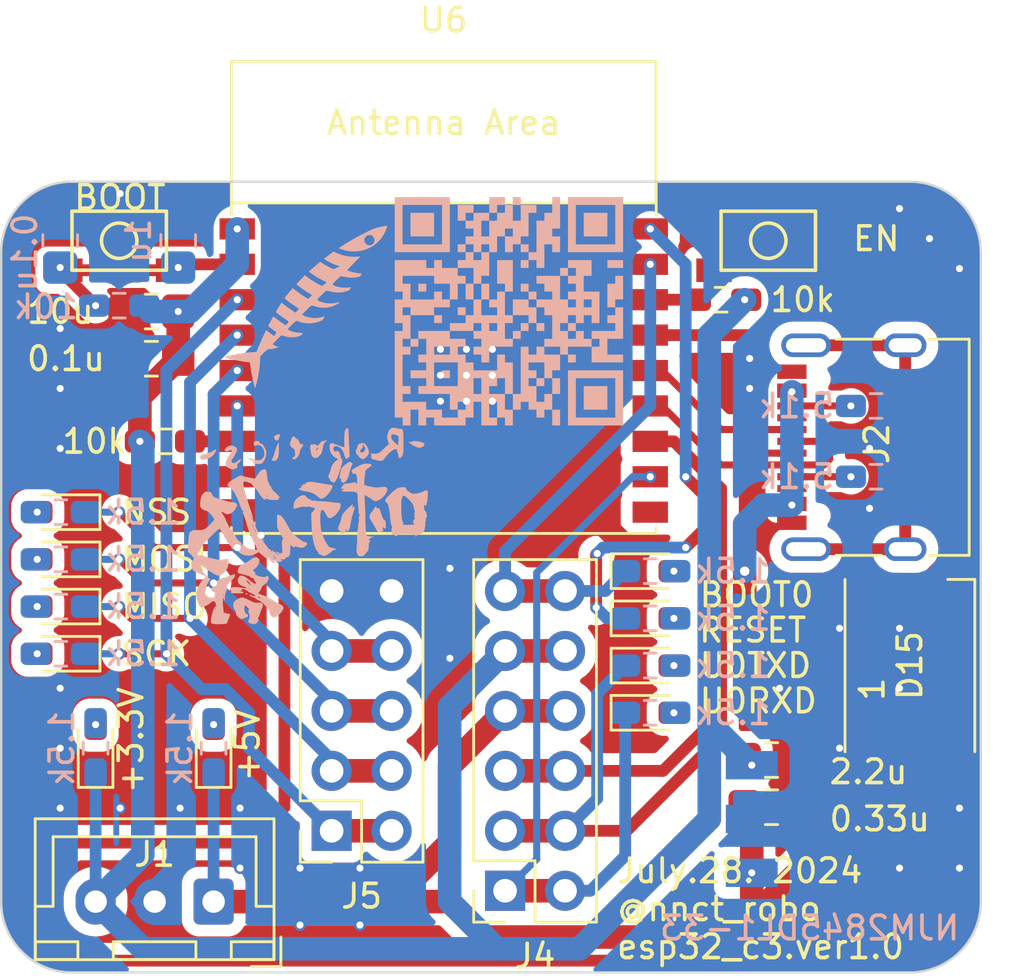
<source format=kicad_pcb>
(kicad_pcb (version 20221018) (generator pcbnew)
  (layers (0 "F.Cu" signal) (31 "B.Cu" signal) (34 "B.Paste" user) (35 "F.Paste" user) (36 "B.SilkS" user "B.Silkscreen") (37 "F.SilkS" user "F.Silkscreen") (38 "B.Mask" user) (39 "F.Mask" user) (44 "Edge.Cuts" user))
  (net 0 "")
  (net 1 "+5V")
  (net 2 "GND")
  (net 3 "Net-(U6-EN{slash}CHIP_PU)")
  (net 4 "+3.3V")
  (net 5 "Net-(D1-A)")
  (net 6 "Net-(D2-A)")
  (net 7 "Net-(D3-A)")
  (net 8 "Net-(D4-A)")
  (net 9 "Net-(D5-A)")
  (net 10 "Net-(D6-A)")
  (net 11 "Net-(D7-A)")
  (net 12 "Net-(D8-A)")
  (net 13 "Net-(D9-A)")
  (net 14 "Net-(D10-A)")
  (net 16 "LED_DIN")
  (net 17 "Net-(J2-CC1)")
  (net 18 "D+")
  (net 19 "D-")
  (net 21 "Net-(J2-CC2)")
  (net 23 "unconnected-(J2-SHIELD-PadS1)")
  (net 24 "U0RXD")
  (net 25 "U0TXD")
  (net 26 "RESET")
  (net 27 "BOOT0")
  (net 28 "SCK")
  (net 29 "MISO")
  (net 30 "MOSI")
  (net 31 "NSS")
  (net 32 "Net-(U6-GPIO2{slash}ADC1_CH2)")
  (net 33 "Net-(U6-GPIO8)")
  (net 34 "Net-(U6-GPIO9)")
  (footprint "Footprint_nishi:R_0603_1608" (layer "F.Cu") (at 131.4375 50.5 180)
    (fp_text reference "R21")
    (fp_text value "10k" (at 4.4375 0) (layer "F.SilkS") (effects (font (thickness 0.153)) (justify left)))
    (pad "1" smd roundrect (at -1.0625 0 180) (size 1.275 0.95) (layers "F.Cu" "F.Paste" "F.Mask") (net 33 "Net-(U6-GPIO8)"))
    (pad "2" smd roundrect (at 1.0625 0 180) (size 1.275 0.95) (layers "F.Cu" "F.Paste" "F.Mask") (net 4 "+3.3V"))
  )
  (footprint "Footprint_nishi:LED_0603_1608" (layer "F.Cu") (at 127.025 59.5 180)
    (fp_text reference "D3")
    (fp_text value "SCK" (at -2.475 0) (layer "F.SilkS") (effects (font (thickness 0.153)) (justify left)))
    (pad "1" smd roundrect (at -0.975 0 180) (size 1.25 0.95) (layers "F.Cu" "F.Paste" "F.Mask") (net 2 "GND"))
    (pad "2" smd roundrect (at 0.975 0 180) (size 1.25 0.95) (layers "F.Cu" "F.Paste" "F.Mask") (net 7 "Net-(D3-A)"))
  )
  (footprint "LED_SMD:LED_WS2812B_PLCC4_5.0x5.0mm_P3.2mm" (layer "F.Cu") (at 163 60 90)
    (fp_text reference "D15" (at 0 0 90) (layer "F.SilkS") (effects (font (thickness 0.153))))
    (fp_text value "WS2812B")
    (fp_text user "1" (at -1 -1.6 90) (layer "F.SilkS") (effects (font (thickness 0.153))))
    (pad "1" smd rect (at -2.45 -1.65 90) (size 1.5 0.9) (layers "F.Cu" "F.Paste" "F.Mask") (net 1 "+5V"))
    (pad "2" smd rect (at -2.45 1.65 90) (size 1.5 0.9) (layers "F.Cu" "F.Paste" "F.Mask"))
    (pad "3" smd rect (at 2.45 1.65 90) (size 1.5 0.9) (layers "F.Cu" "F.Paste" "F.Mask") (net 2 "GND"))
    (pad "4" smd rect (at 2.45 -1.65 90) (size 1.5 0.9) (layers "F.Cu" "F.Paste" "F.Mask") (net 16 "LED_DIN"))
  )
  (footprint "Connector_PinSocket_2.54mm:PinSocket_2x06_P2.54mm_Vertical" (layer "F.Cu") (at 145.848 69.54 180)
    (fp_text reference "J4" (at -1.27 -2.77) (layer "F.SilkS") (effects (font (thickness 0.153))))
    (fp_text value "Conn_02x06_Counter_Clockwise")
    (pad "1" thru_hole rect (at 0 0 180) (size 1.7 1.7) (drill 1) (layers "*.Cu" "*.Mask") (net 24 "U0RXD"))
    (pad "2" thru_hole oval (at -2.54 0 180) (size 1.7 1.7) (drill 1) (layers "*.Cu" "*.Mask") (net 24 "U0RXD"))
    (pad "3" thru_hole oval (at 0 2.54 180) (size 1.7 1.7) (drill 1) (layers "*.Cu" "*.Mask") (net 25 "U0TXD"))
    (pad "4" thru_hole oval (at -2.54 2.54 180) (size 1.7 1.7) (drill 1) (layers "*.Cu" "*.Mask") (net 25 "U0TXD"))
    (pad "5" thru_hole oval (at 0 5.08 180) (size 1.7 1.7) (drill 1) (layers "*.Cu" "*.Mask") (net 26 "RESET"))
    (pad "6" thru_hole oval (at -2.54 5.08 180) (size 1.7 1.7) (drill 1) (layers "*.Cu" "*.Mask") (net 26 "RESET"))
    (pad "7" thru_hole oval (at 0 7.62 180) (size 1.7 1.7) (drill 1) (layers "*.Cu" "*.Mask") (net 1 "+5V"))
    (pad "8" thru_hole oval (at -2.54 7.62 180) (size 1.7 1.7) (drill 1) (layers "*.Cu" "*.Mask") (net 1 "+5V"))
    (pad "9" thru_hole oval (at 0 10.16 180) (size 1.7 1.7) (drill 1) (layers "*.Cu" "*.Mask") (net 4 "+3.3V"))
    (pad "10" thru_hole oval (at -2.54 10.16 180) (size 1.7 1.7) (drill 1) (layers "*.Cu" "*.Mask") (net 4 "+3.3V"))
    (pad "11" thru_hole oval (at 0 12.7 180) (size 1.7 1.7) (drill 1) (layers "*.Cu" "*.Mask") (net 27 "BOOT0"))
    (pad "12" thru_hole oval (at -2.54 12.7 180) (size 1.7 1.7) (drill 1) (layers "*.Cu" "*.Mask") (net 27 "BOOT0"))
  )
  (footprint "Footprint_nishi:tact_sw_smd_skrpabe10" (layer "F.Cu") (at 157 42 180)
    (fp_text reference "U7")
    (fp_text value "SW_DP3T")
    (pad "1" smd rect (at -2.3 -1.25 180) (size 1.5 1) (layers "F.Cu" "F.Paste" "F.Mask") (net 34 "Net-(U6-GPIO9)"))
    (pad "2" smd rect (at -2.3 1.25 180) (size 1.5 1) (layers "F.Cu" "F.Paste" "F.Mask") (net 2 "GND"))
    (pad "3" smd rect (at 2.3 -1.25 180) (size 1.5 1) (layers "F.Cu" "F.Paste" "F.Mask") (net 34 "Net-(U6-GPIO9)"))
    (pad "4" smd rect (at 2.3 1.25 180) (size 1.5 1) (layers "F.Cu" "F.Paste" "F.Mask") (net 2 "GND"))
  )
  (footprint "Footprint_nishi:LED_0603_1608" (layer "F.Cu") (at 127.025 53.5 180)
    (fp_text reference "D4")
    (fp_text value "NSS" (at -2.475 0) (layer "F.SilkS") (effects (font (thickness 0.153)) (justify left)))
    (pad "1" smd roundrect (at -0.975 0 180) (size 1.25 0.95) (layers "F.Cu" "F.Paste" "F.Mask") (net 2 "GND"))
    (pad "2" smd roundrect (at 0.975 0 180) (size 1.25 0.95) (layers "F.Cu" "F.Paste" "F.Mask") (net 8 "Net-(D4-A)"))
  )
  (footprint "Footprint_nishi:LED_0603_1608" (layer "F.Cu") (at 127.025 57.5 180)
    (fp_text reference "D5")
    (fp_text value "MISO" (at -2.475 0) (layer "F.SilkS") (effects (font (thickness 0.153)) (justify left)))
    (pad "1" smd roundrect (at -0.975 0 180) (size 1.25 0.95) (layers "F.Cu" "F.Paste" "F.Mask") (net 2 "GND"))
    (pad "2" smd roundrect (at 0.975 0 180) (size 1.25 0.95) (layers "F.Cu" "F.Paste" "F.Mask") (net 9 "Net-(D5-A)"))
  )
  (footprint "Footprint_nishi:LED_0603_1608" (layer "F.Cu") (at 133.5 63.5 90)
    (fp_text reference "D1")
    (fp_text value "+5V" (at -1.5 1.43 90) (layer "F.SilkS") (effects (font (thickness 0.153)) (justify left)))
    (pad "1" smd roundrect (at -0.975 0 90) (size 1.25 0.95) (layers "F.Cu" "F.Paste" "F.Mask") (net 2 "GND"))
    (pad "2" smd roundrect (at 0.975 0 90) (size 1.25 0.95) (layers "F.Cu" "F.Paste" "F.Mask") (net 5 "Net-(D1-A)"))
  )
  (footprint "Connector_PinSocket_2.54mm:PinSocket_2x05_P2.54mm_Vertical" (layer "F.Cu") (at 138.5 67 180)
    (fp_text reference "J5" (at -1.27 -2.77) (layer "F.SilkS") (effects (font (thickness 0.153))))
    (fp_text value "Conn_02x05_Counter_Clockwise")
    (pad "1" thru_hole rect (at 0 0 180) (size 1.7 1.7) (drill 1) (layers "*.Cu" "*.Mask") (net 28 "SCK"))
    (pad "2" thru_hole oval (at -2.54 0 180) (size 1.7 1.7) (drill 1) (layers "*.Cu" "*.Mask") (net 28 "SCK"))
    (pad "3" thru_hole oval (at 0 2.54 180) (size 1.7 1.7) (drill 1) (layers "*.Cu" "*.Mask") (net 29 "MISO"))
    (pad "4" thru_hole oval (at -2.54 2.54 180) (size 1.7 1.7) (drill 1) (layers "*.Cu" "*.Mask") (net 29 "MISO"))
    (pad "5" thru_hole oval (at 0 5.08 180) (size 1.7 1.7) (drill 1) (layers "*.Cu" "*.Mask") (net 30 "MOSI"))
    (pad "6" thru_hole oval (at -2.54 5.08 180) (size 1.7 1.7) (drill 1) (layers "*.Cu" "*.Mask") (net 30 "MOSI"))
    (pad "7" thru_hole oval (at 0 7.62 180) (size 1.7 1.7) (drill 1) (layers "*.Cu" "*.Mask") (net 31 "NSS"))
    (pad "8" thru_hole oval (at -2.54 7.62 180) (size 1.7 1.7) (drill 1) (layers "*.Cu" "*.Mask") (net 31 "NSS"))
    (pad "9" thru_hole oval (at 0 10.16 180) (size 1.7 1.7) (drill 1) (layers "*.Cu" "*.Mask") (net 2 "GND"))
    (pad "10" thru_hole oval (at -2.54 10.16 180) (size 1.7 1.7) (drill 1) (layers "*.Cu" "*.Mask") (net 2 "GND"))
  )
  (footprint "Footprint_nishi:C_0805_2012" (layer "F.Cu") (at 157.1375 64)
    (fp_text reference "C4")
    (fp_text value "2.2u" (at 2.3625 0.5) (layer "F.SilkS") (effects (font (thickness 0.153)) (justify left)))
    (pad "1" smd roundrect (at -1.1375 0) (size 1.375 1.45) (layers "F.Cu" "F.Paste" "F.Mask") (roundrect_rratio 0.213) (net 4 "+3.3V"))
    (pad "2" smd roundrect (at 1.1375 0) (size 1.375 1.45) (layers "F.Cu" "F.Paste" "F.Mask") (roundrect_rratio 0.213) (net 2 "GND"))
  )
  (footprint "Footprint_nishi:LED_0603_1608" (layer "F.Cu") (at 152 56)
    (fp_text reference "D9")
    (fp_text value "BOOT0" (at 2 1) (layer "F.SilkS") (effects (font (thickness 0.153)) (justify left)))
    (pad "1" smd roundrect (at -0.975 0) (size 1.25 0.95) (layers "F.Cu" "F.Paste" "F.Mask") (net 2 "GND"))
    (pad "2" smd roundrect (at 0.975 0) (size 1.25 0.95) (layers "F.Cu" "F.Paste" "F.Mask") (net 13 "Net-(D9-A)"))
  )
  (footprint "Footprint_nishi:LED_0603_1608" (layer "F.Cu") (at 127.025 55.5 180)
    (fp_text reference "D6")
    (fp_text value "MOSI" (at -2.475 0) (layer "F.SilkS") (effects (font (thickness 0.153)) (justify left)))
    (pad "1" smd roundrect (at -0.975 0 180) (size 1.25 0.95) (layers "F.Cu" "F.Paste" "F.Mask") (net 2 "GND"))
    (pad "2" smd roundrect (at 0.975 0 180) (size 1.25 0.95) (layers "F.Cu" "F.Paste" "F.Mask") (net 10 "Net-(D6-A)"))
  )
  (footprint "Connector_USBver1.0:USB_C_Receptacle_G-Switch_GT-USB-7010ASV" (layer "F.Cu") (at 161.725 50.75 90)
    (fp_text reference "J2" (at 0.15 -0.125 90) (layer "F.SilkS") (effects (font (thickness 0.153))))
    (fp_text value "USB_C_Receptacle_USB2.0")
    (pad "" np_thru_hole circle (at -2.89 -2.605 90) (size 0.65 0.65) (drill 0.65) (layers "*.Cu" "*.Mask"))
    (pad "" np_thru_hole circle (at 2.89 -2.605 90) (size 0.65 0.65) (drill 0.65) (layers "*.Cu" "*.Mask"))
    (pad "A1" smd rect (at -3.2 -3.725 90) (size 0.6 1.24) (layers "F.Cu" "F.Paste" "F.Mask") (net 2 "GND"))
    (pad "A4" smd rect (at -2.4 -3.725 90) (size 0.6 1.24) (layers "F.Cu" "F.Paste" "F.Mask") (net 1 "+5V"))
    (pad "A5" smd rect (at -1.25 -3.725 90) (size 0.3 1.24) (layers "F.Cu" "F.Paste" "F.Mask") (net 17 "Net-(J2-CC1)"))
    (pad "A6" smd rect (at -0.25 -3.725 90) (size 0.3 1.24) (layers "F.Cu" "F.Paste" "F.Mask") (net 18 "D+"))
    (pad "A7" smd rect (at 0.25 -3.725 90) (size 0.3 1.24) (layers "F.Cu" "F.Paste" "F.Mask") (net 19 "D-"))
    (pad "A8" smd rect (at 1.25 -3.725 90) (size 0.3 1.24) (layers "F.Cu" "F.Paste" "F.Mask"))
    (pad "A9" smd rect (at 2.4 -3.725 90) (size 0.6 1.24) (layers "F.Cu" "F.Paste" "F.Mask") (net 1 "+5V"))
    (pad "A12" smd rect (at 3.2 -3.725 90) (size 0.6 1.24) (layers "F.Cu" "F.Paste" "F.Mask") (net 2 "GND"))
    (pad "B1" smd rect (at 3.2 -3.725 90) (size 0.6 1.24) (layers "F.Cu" "F.Paste" "F.Mask") (net 2 "GND"))
    (pad "B4" smd rect (at 2.4 -3.725 90) (size 0.6 1.24) (layers "F.Cu" "F.Paste" "F.Mask") (net 1 "+5V"))
    (pad "B5" smd rect (at 1.75 -3.725 90) (size 0.3 1.24) (layers "F.Cu" "F.Paste" "F.Mask") (net 21 "Net-(J2-CC2)"))
    (pad "B6" smd rect (at 0.75 -3.725 90) (size 0.3 1.24) (layers "F.Cu" "F.Paste" "F.Mask") (net 18 "D+"))
    (pad "B7" smd rect (at -0.75 -3.725 90) (size 0.3 1.24) (layers "F.Cu" "F.Paste" "F.Mask") (net 19 "D-"))
    (pad "B8" smd rect (at -1.75 -3.725 90) (size 0.3 1.24) (layers "F.Cu" "F.Paste" "F.Mask"))
    (pad "B9" smd rect (at -2.4 -3.725 90) (size 0.6 1.24) (layers "F.Cu" "F.Paste" "F.Mask") (net 1 "+5V"))
    (pad "B12" smd rect (at -3.2 -3.725 90) (size 0.6 1.24) (layers "F.Cu" "F.Paste" "F.Mask") (net 2 "GND"))
    (pad "S1" thru_hole oval (at -4.32 -3.125 90) (size 1 2.1) (drill oval 0.6 1.7) (layers "*.Cu" "*.Mask") (net 23 "unconnected-(J2-SHIELD-PadS1)"))
    (pad "S1" thru_hole oval (at -4.32 1.075 90) (size 1 1.8) (drill oval 0.6 1.4) (layers "*.Cu" "*.Mask") (net 23 "unconnected-(J2-SHIELD-PadS1)"))
    (pad "S1" thru_hole oval (at 4.32 -3.125 90) (size 1 2.1) (drill oval 0.6 1.7) (layers "*.Cu" "*.Mask") (net 23 "unconnected-(J2-SHIELD-PadS1)"))
    (pad "S1" thru_hole oval (at 4.32 1.075 90) (size 1 1.8) (drill oval 0.6 1.4) (layers "*.Cu" "*.Mask") (net 23 "unconnected-(J2-SHIELD-PadS1)"))
  )
  (footprint "Connector_JST:JST_XH_B3B-XH-A_1x03_P2.50mm_Vertical" (layer "F.Cu") (at 133.5 70 180)
    (fp_text reference "J1" (at 2.5 2) (layer "F.SilkS") (effects (font (thickness 0.153))))
    (fp_text value "power")
    (pad "1" thru_hole roundrect (at 0 0 180) (size 1.7 1.95) (drill 0.95) (layers "*.Cu" "*.Mask") (roundrect_rratio 0.1470588235) (net 1 "+5V"))
    (pad "2" thru_hole oval (at 2.5 0 180) (size 1.7 1.95) (drill 0.95) (layers "*.Cu" "*.Mask") (net 2 "GND"))
    (pad "3" thru_hole oval (at 5 0 180) (size 1.7 1.95) (drill 0.95) (layers "*.Cu" "*.Mask") (net 4 "+3.3V"))
  )
  (footprint "PCM_Espressif:ESP32-C3-WROOM-02" (layer "F.Cu") (at 143.25 47.4)
    (fp_text reference "U6" (at 0 -14.75) (layer "F.SilkS"))
    (fp_text value "ESP32-C3-WROOM-02")
    (fp_text user "Antenna Area" (at 0 -10.4) (layer "F.SilkS"))
    (pad "1" smd rect (at -8.75 -5.9) (size 1.5 0.9) (layers "F.Cu" "F.Paste" "F.Mask") (net 4 "+3.3V"))
    (pad "2" smd rect (at -8.75 -4.4) (size 1.5 0.9) (layers "F.Cu" "F.Paste" "F.Mask") (net 3 "Net-(U6-EN{slash}CHIP_PU)"))
    (pad "3" smd rect (at -8.75 -2.9) (size 1.5 0.9) (layers "F.Cu" "F.Paste" "F.Mask") (net 28 "SCK"))
    (pad "4" smd rect (at -8.75 -1.4) (size 1.5 0.9) (layers "F.Cu" "F.Paste" "F.Mask") (net 29 "MISO"))
    (pad "5" smd rect (at -8.75 0.1) (size 1.5 0.9) (layers "F.Cu" "F.Paste" "F.Mask") (net 30 "MOSI"))
    (pad "6" smd rect (at -8.75 1.6) (size 1.5 0.9) (layers "F.Cu" "F.Paste" "F.Mask") (net 31 "NSS"))
    (pad "7" smd rect (at -8.75 3.1) (size 1.5 0.9) (layers "F.Cu" "F.Paste" "F.Mask") (net 33 "Net-(U6-GPIO8)"))
    (pad "8" smd rect (at -8.75 4.6) (size 1.5 0.9) (layers "F.Cu" "F.Paste" "F.Mask") (net 34 "Net-(U6-GPIO9)"))
    (pad "9" smd rect (at -8.75 6.1) (size 1.5 0.9) (layers "F.Cu" "F.Paste" "F.Mask") (net 2 "GND"))
    (pad "10" smd rect (at 8.75 6.1 180) (size 1.5 0.9) (layers "F.Cu" "F.Paste" "F.Mask"))
    (pad "11" smd rect (at 8.75 4.6 180) (size 1.5 0.9) (layers "F.Cu" "F.Paste" "F.Mask") (net 24 "U0RXD"))
    (pad "12" smd rect (at 8.75 3.1 180) (size 1.5 0.9) (layers "F.Cu" "F.Paste" "F.Mask") (net 25 "U0TXD"))
    (pad "13" smd rect (at 8.75 1.6 180) (size 1.5 0.9) (layers "F.Cu" "F.Paste" "F.Mask") (net 19 "D-"))
    (pad "14" smd rect (at 8.75 0.1 180) (size 1.5 0.9) (layers "F.Cu" "F.Paste" "F.Mask") (net 18 "D+"))
    (pad "15" smd rect (at 8.75 -1.4 180) (size 1.5 0.9) (layers "F.Cu" "F.Paste" "F.Mask") (net 16 "LED_DIN"))
    (pad "16" smd rect (at 8.75 -2.9 180) (size 1.5 0.9) (layers "F.Cu" "F.Paste" "F.Mask") (net 32 "Net-(U6-GPIO2{slash}ADC1_CH2)"))
    (pad "17" smd rect (at 8.75 -4.4 180) (size 1.5 0.9) (layers "F.Cu" "F.Paste" "F.Mask") (net 27 "BOOT0"))
    (pad "18" smd rect (at 8.75 -5.9 180) (size 1.5 0.9) (layers "F.Cu" "F.Paste" "F.Mask") (net 26 "RESET"))
    (pad "19" smd rect (at -0.14 -0.8 180) (size 0.7 0.7) (layers "F.Cu" "F.Paste" "F.Mask") (net 2 "GND"))
    (pad "19" smd rect (at -0.14 0.3 180) (size 0.7 0.7) (layers "F.Cu" "F.Paste" "F.Mask") (net 2 "GND"))
    (pad "19" smd rect (at -0.14 1.4 180) (size 0.7 0.7) (layers "F.Cu" "F.Paste" "F.Mask") (net 2 "GND"))
    (pad "19" smd rect (at 0.91 -0.8 180) (size 0.7 0.7) (layers "F.Cu" "F.Paste" "F.Mask") (net 2 "GND"))
    (pad "19" smd rect (at 0.91 0.3 180) (size 0.7 0.7) (layers "F.Cu" "F.Paste" "F.Mask") (net 2 "GND"))
    (pad "19" smd rect (at 0.91 1.4 180) (size 0.7 0.7) (layers "F.Cu" "F.Paste" "F.Mask") (net 2 "GND"))
    (pad "19" smd rect (at 2.06 -0.8 180) (size 0.7 0.7) (layers "F.Cu" "F.Paste" "F.Mask") (net 2 "GND"))
    (pad "19" smd rect (at 2.06 0.3 180) (size 0.7 0.7) (layers "F.Cu" "F.Paste" "F.Mask") (net 2 "GND"))
    (pad "19" smd rect (at 2.06 1.4 180) (size 0.7 0.7) (layers "F.Cu" "F.Paste" "F.Mask") (net 2 "GND"))
    (zone (net 0) (net_name "") (layers "*.Cu") (name "antenna keepout") (connect_pads (clearance 0)) (min_thickness 0.254)
      (keepout (tracks not_allowed) (vias not_allowed) (pads not_allowed) (copperpour not_allowed) (footprints not_allowed))
      (fill (thermal_gap 0.508) (thermal_bridge_width 0.508))
      (polygon (pts (xy 152.25 40.4) (xy 134.25 40.4) (xy 134.25 34.4) (xy 152.25 34.4)))
    )
  )
  (footprint "Footprint_nishi:LED_0603_1608" (layer "F.Cu") (at 152 60)
    (fp_text reference "D8")
    (fp_text value "U0TXD" (at 2 0) (layer "F.SilkS") (effects (font (thickness 0.153)) (justify left)))
    (pad "1" smd roundrect (at -0.975 0) (size 1.25 0.95) (layers "F.Cu" "F.Paste" "F.Mask") (net 2 "GND"))
    (pad "2" smd roundrect (at 0.975 0) (size 1.25 0.95) (layers "F.Cu" "F.Paste" "F.Mask") (net 12 "Net-(D8-A)"))
  )
  (footprint "Footprint_nishi:C_0805_2012" (layer "F.Cu") (at 157.1375 66)
    (fp_text reference "C1")
    (fp_text value "0.33u" (at 2.3625 0.5) (layer "F.SilkS") (effects (font (thickness 0.153)) (justify left)))
    (pad "1" smd roundrect (at -1.1375 0) (size 1.375 1.45) (layers "F.Cu" "F.Paste" "F.Mask") (roundrect_rratio 0.213) (net 1 "+5V"))
    (pad "2" smd roundrect (at 1.1375 0) (size 1.375 1.45) (layers "F.Cu" "F.Paste" "F.Mask") (roundrect_rratio 0.213) (net 2 "GND"))
  )
  (footprint "Footprint_nishi:LED_0603_1608" (layer "F.Cu") (at 152 62)
    (fp_text reference "D7")
    (fp_text value "U0RXD" (at 2 -0.5) (layer "F.SilkS") (effects (font (thickness 0.153)) (justify left)))
    (pad "1" smd roundrect (at -0.975 0) (size 1.25 0.95) (layers "F.Cu" "F.Paste" "F.Mask") (net 2 "GND"))
    (pad "2" smd roundrect (at 0.975 0) (size 1.25 0.95) (layers "F.Cu" "F.Paste" "F.Mask") (net 11 "Net-(D7-A)"))
  )
  (footprint "Footprint_nishi:C_0805_2012" (layer "F.Cu") (at 130.8625 47)
    (fp_text reference "C6")
    (fp_text value "0.1u" (at -5.3625 0) (layer "F.SilkS") (effects (font (thickness 0.153)) (justify left)))
    (pad "1" smd roundrect (at -1.1375 0) (size 1.375 1.45) (layers "F.Cu" "F.Paste" "F.Mask") (roundrect_rratio 0.213) (net 2 "GND"))
    (pad "2" smd roundrect (at 1.1375 0) (size 1.375 1.45) (layers "F.Cu" "F.Paste" "F.Mask") (roundrect_rratio 0.213) (net 4 "+3.3V"))
  )
  (footprint "Footprint_nishi:R_0603_1608" (layer "F.Cu") (at 155 44.5)
    (fp_text reference "R20")
    (fp_text value "10k" (at 2 0) (layer "F.SilkS") (effects (font (thickness 0.153)) (justify left)))
    (pad "1" smd roundrect (at -1.0625 0) (size 1.275 0.95) (layers "F.Cu" "F.Paste" "F.Mask") (net 32 "Net-(U6-GPIO2{slash}ADC1_CH2)"))
    (pad "2" smd roundrect (at 1.0625 0) (size 1.275 0.95) (layers "F.Cu" "F.Paste" "F.Mask") (net 4 "+3.3V"))
  )
  (footprint "Footprint_nishi:tact_sw_smd_skrpabe10" (layer "F.Cu") (at 129.5 42)
    (fp_text reference "U5")
    (fp_text value "SW_DP3T")
    (pad "1" smd rect (at -2.3 -1.25) (size 1.5 1) (layers "F.Cu" "F.Paste" "F.Mask") (net 2 "GND"))
    (pad "2" smd rect (at -2.3 1.25) (size 1.5 1) (layers "F.Cu" "F.Paste" "F.Mask") (net 3 "Net-(U6-EN{slash}CHIP_PU)"))
    (pad "3" smd rect (at 2.3 -1.25) (size 1.5 1) (layers "F.Cu" "F.Paste" "F.Mask") (net 2 "GND"))
    (pad "4" smd rect (at 2.3 1.25) (size 1.5 1) (layers "F.Cu" "F.Paste" "F.Mask") (net 3 "Net-(U6-EN{slash}CHIP_PU)"))
  )
  (footprint "Footprint_nishi:LED_0603_1608" (layer "F.Cu") (at 128.5 63.5 90)
    (fp_text reference "D2")
    (fp_text value "+3.3V" (at -2 1.5 90) (layer "F.SilkS") (effects (font (thickness 0.153)) (justify left)))
    (pad "1" smd roundrect (at -0.975 0 90) (size 1.25 0.95) (layers "F.Cu" "F.Paste" "F.Mask") (net 2 "GND"))
    (pad "2" smd roundrect (at 0.975 0 90) (size 1.25 0.95) (layers "F.Cu" "F.Paste" "F.Mask") (net 6 "Net-(D2-A)"))
  )
  (footprint "Footprint_nishi:C_0805_2012" (layer "F.Cu") (at 130.8625 45)
    (fp_text reference "C5")
    (fp_text value "10u" (at -5.3625 0) (layer "F.SilkS") (effects (font (thickness 0.153)) (justify left)))
    (pad "1" smd roundrect (at -1.1375 0) (size 1.375 1.45) (layers "F.Cu" "F.Paste" "F.Mask") (roundrect_rratio 0.213) (net 2 "GND"))
    (pad "2" smd roundrect (at 1.1375 0) (size 1.375 1.45) (layers "F.Cu" "F.Paste" "F.Mask") (roundrect_rratio 0.213) (net 4 "+3.3V"))
  )
  (footprint "Footprint_nishi:LED_0603_1608" (layer "F.Cu") (at 152 58)
    (fp_text reference "D10")
    (fp_text value "RESET" (at 1.975 0.5) (layer "F.SilkS") (effects (font (thickness 0.153)) (justify left)))
    (pad "1" smd roundrect (at -0.975 0) (size 1.25 0.95) (layers "F.Cu" "F.Paste" "F.Mask") (net 2 "GND"))
    (pad "2" smd roundrect (at 0.975 0) (size 1.25 0.95) (layers "F.Cu" "F.Paste" "F.Mask") (net 14 "Net-(D10-A)"))
  )
  (footprint "Footprint_nishi:R_0603_1608" (layer "B.Cu") (at 152 58)
    (fp_text reference "R10")
    (fp_text value "1.5k" (at 3.5 0) (layer "B.SilkS") (effects (font (thickness 0.153)) (justify mirror)))
    (pad "1" smd roundrect (at -1.0625 0) (size 1.275 0.95) (layers "B.Cu" "B.Paste" "B.Mask") (net 26 "RESET"))
    (pad "2" smd roundrect (at 1.0625 0) (size 1.275 0.95) (layers "B.Cu" "B.Paste" "B.Mask") (net 14 "Net-(D10-A)"))
  )
  (footprint "Footprint_nishi:R_0603_1608" (layer "B.Cu") (at 133.5 63.5 90)
    (fp_text reference "R1")
    (fp_text value "1.5k" (at 0 -1.43 90) (layer "B.SilkS") (effects (font (thickness 0.153)) (justify mirror)))
    (pad "1" smd roundrect (at -1.0625 0 90) (size 1.275 0.95) (layers "B.Cu" "B.Paste" "B.Mask") (net 1 "+5V"))
    (pad "2" smd roundrect (at 1.0625 0 90) (size 1.275 0.95) (layers "B.Cu" "B.Paste" "B.Mask") (net 5 "Net-(D1-A)"))
  )
  (footprint "Footprint_nishi:R_0603_1608" (layer "B.Cu") (at 128.5 63.5 90)
    (fp_text reference "R2")
    (fp_text value "1.5k" (at 0 -1.43 90) (layer "B.SilkS") (effects (font (thickness 0.153)) (justify mirror)))
    (pad "1" smd roundrect (at -1.0625 0 90) (size 1.275 0.95) (layers "B.Cu" "B.Paste" "B.Mask") (net 4 "+3.3V"))
    (pad "2" smd roundrect (at 1.0625 0 90) (size 1.275 0.95) (layers "B.Cu" "B.Paste" "B.Mask") (net 6 "Net-(D2-A)"))
  )
  (footprint "Footprint_Monkey:RoboticsClub_logo_small" (layer "B.Cu") (at 137.5 54 180)
    (fp_text reference "G***" hide)
    (fp_text value "LOGO" hide)
  )
  (footprint "Footprint_nishi:R_0603_1608" (layer "B.Cu") (at 152 62)
    (fp_text reference "R7")
    (fp_text value "1.5k" (at 3.5 0) (layer "B.SilkS") (effects (font (thickness 0.153)) (justify mirror)))
    (pad "1" smd roundrect (at -1.0625 0) (size 1.275 0.95) (layers "B.Cu" "B.Paste" "B.Mask") (net 24 "U0RXD"))
    (pad "2" smd roundrect (at 1.0625 0) (size 1.275 0.95) (layers "B.Cu" "B.Paste" "B.Mask") (net 11 "Net-(D7-A)"))
  )
  (footprint "Footprint_nishi:R_0603_1608" (layer "B.Cu") (at 161.5625 52)
    (fp_text reference "R15")
    (fp_text value "5.1k" (at -3.3625 0) (layer "B.SilkS") (effects (font (thickness 0.153)) (justify mirror)))
    (pad "1" smd roundrect (at -1.0625 0) (size 1.275 0.95) (layers "B.Cu" "B.Paste" "B.Mask") (net 17 "Net-(J2-CC1)"))
    (pad "2" smd roundrect (at 1.0625 0) (size 1.275 0.95) (layers "B.Cu" "B.Paste" "B.Mask") (net 2 "GND"))
  )
  (footprint "Footprint_nishi:R_0603_1608" (layer "B.Cu") (at 127.025 57.5 180)
    (fp_text reference "R5")
    (fp_text value "1.5k" (at -3.475 0) (layer "B.SilkS") (effects (font (thickness 0.153)) (justify mirror)))
    (pad "1" smd roundrect (at -1.0625 0 180) (size 1.275 0.95) (layers "B.Cu" "B.Paste" "B.Mask") (net 29 "MISO"))
    (pad "2" smd roundrect (at 1.0625 0 180) (size 1.275 0.95) (layers "B.Cu" "B.Paste" "B.Mask") (net 9 "Net-(D5-A)"))
  )
  (footprint "watanabe_smy:sabamiso_10^10" (layer "B.Cu") (at 137.5 44.704 -135)
    (fp_text reference "G***")
    (fp_text value "LOGO" hide)
  )
  (footprint "Footprint_nishi:C_0805_2012" (layer "B.Cu") (at 127 42 90)
    (fp_text reference "C2")
    (fp_text value "0.1u" (at -0.5 -1.5 90) (layer "B.SilkS") (effects (font (thickness 0.153)) (justify mirror)))
    (pad "1" smd roundrect (at -1.1375 0 90) (size 1.375 1.45) (layers "B.Cu" "B.Paste" "B.Mask") (roundrect_rratio 0.213) (net 3 "Net-(U6-EN{slash}CHIP_PU)"))
    (pad "2" smd roundrect (at 1.1375 0 90) (size 1.375 1.45) (layers "B.Cu" "B.Paste" "B.Mask") (roundrect_rratio 0.213) (net 2 "GND"))
  )
  (footprint "Footprint_nishi:R_0603_1608" (layer "B.Cu") (at 161.5625 49)
    (fp_text reference "R16")
    (fp_text value "5.1k" (at -3.3625 0) (layer "B.SilkS") (effects (font (thickness 0.153)) (justify mirror)))
    (pad "1" smd roundrect (at -1.0625 0) (size 1.275 0.95) (layers "B.Cu" "B.Paste" "B.Mask") (net 21 "Net-(J2-CC2)"))
    (pad "2" smd roundrect (at 1.0625 0) (size 1.275 0.95) (layers "B.Cu" "B.Paste" "B.Mask") (net 2 "GND"))
  )
  (footprint "Footprint_nishi:R_0603_1608" (layer "B.Cu") (at 152 56)
    (fp_text reference "R9")
    (fp_text value "1.5k" (at 3.5 0) (layer "B.SilkS") (effects (font (thickness 0.153)) (justify mirror)))
    (pad "1" smd roundrect (at -1.0625 0) (size 1.275 0.95) (layers "B.Cu" "B.Paste" "B.Mask") (net 27 "BOOT0"))
    (pad "2" smd roundrect (at 1.0625 0) (size 1.275 0.95) (layers "B.Cu" "B.Paste" "B.Mask") (net 13 "Net-(D9-A)"))
  )
  (footprint "Footprint_nishi:NJM2845DL1-33" (layer "B.Cu") (at 160.5 66.5)
    (fp_text reference "U2")
    (fp_text value "NJM2845DL1-33" (at -1.75 4.62) (layer "B.SilkS") (effects (font (thickness 0.153)) (justify mirror)))
    (pad "1" smd rect (at -4.2 2.28) (size 2.2 1.2) (layers "B.Cu" "B.Paste" "B.Mask") (net 1 "+5V"))
    (pad "2" smd rect (at -4.2 0) (size 2.2 1.2) (layers "B.Cu" "B.Paste" "B.Mask") (net 2 "GND"))
    (pad "2" smd rect (at 2.1 0) (size 6.4 5.8) (layers "B.Cu" "B.Paste" "B.Mask") (net 2 "GND"))
    (pad "3" smd rect (at -4.2 -2.28) (size 2.2 1.2) (layers "B.Cu" "B.Paste" "B.Mask") (net 4 "+3.3V"))
  )
  (footprint "Footprint_nishi:R_0603_1608" (layer "B.Cu") (at 127.025 53.5 180)
    (fp_text reference "R4")
    (fp_text value "1.5k" (at -3.475 0) (layer "B.SilkS") (effects (font (thickness 0.153)) (justify mirror)))
    (pad "1" smd roundrect (at -1.0625 0 180) (size 1.275 0.95) (layers "B.Cu" "B.Paste" "B.Mask") (net 31 "NSS"))
    (pad "2" smd roundrect (at 1.0625 0 180) (size 1.275 0.95) (layers "B.Cu" "B.Paste" "B.Mask") (net 8 "Net-(D4-A)"))
  )
  (footprint "Footprint_nishi:R_0603_1608" (layer "B.Cu") (at 127.025 59.5 180)
    (fp_text reference "R3")
    (fp_text value "1.5k" (at -3.475 0) (layer "B.SilkS") (effects (font (thickness 0.153)) (justify mirror)))
    (pad "1" smd roundrect (at -1.0625 0 180) (size 1.275 0.95) (layers "B.Cu" "B.Paste" "B.Mask") (net 28 "SCK"))
    (pad "2" smd roundrect (at 1.0625 0 180) (size 1.275 0.95) (layers "B.Cu" "B.Paste" "B.Mask") (net 7 "Net-(D3-A)"))
  )
  (footprint "watanabe_smy:wireless_upload_HP_QR_12^12" (layer "B.Cu") (at 146 45 180)
    (fp_text reference "G***")
    (fp_text value "LOGO" hide)
  )
  (footprint "Footprint_nishi:C_0805_2012" (layer "B.Cu") (at 132 42 90)
    (fp_text reference "C3")
    (fp_text value "1u" (at 0 -1.68 90) (layer "B.SilkS") (effects (font (thickness 0.153)) (justify mirror)))
    (pad "1" smd roundrect (at -1.1375 0 90) (size 1.375 1.45) (layers "B.Cu" "B.Paste" "B.Mask") (roundrect_rratio 0.213) (net 3 "Net-(U6-EN{slash}CHIP_PU)"))
    (pad "2" smd roundrect (at 1.1375 0 90) (size 1.375 1.45) (layers "B.Cu" "B.Paste" "B.Mask") (roundrect_rratio 0.213) (net 2 "GND"))
  )
  (footprint "Footprint_nishi:R_0603_1608" (layer "B.Cu") (at 127.025 55.5 180)
    (fp_text reference "R6")
    (fp_text value "1.5k" (at -3.475 0) (layer "B.SilkS") (effects (font (thickness 0.153)) (justify mirror)))
    (pad "1" smd roundrect (at -1.0625 0 180) (size 1.275 0.95) (layers "B.Cu" "B.Paste" "B.Mask") (net 30 "MOSI"))
    (pad "2" smd roundrect (at 1.0625 0 180) (size 1.275 0.95) (layers "B.Cu" "B.Paste" "B.Mask") (net 10 "Net-(D6-A)"))
  )
  (footprint "Footprint_nishi:R_0603_1608" (layer "B.Cu") (at 152 60)
    (fp_text reference "R8")
    (fp_text value "1.5k" (at 3.5 0) (layer "B.SilkS") (effects (font (thickness 0.153)) (justify mirror)))
    (pad "1" smd roundrect (at -1.0625 0) (size 1.275 0.95) (layers "B.Cu" "B.Paste" "B.Mask") (net 25 "U0TXD"))
    (pad "2" smd roundrect (at 1.0625 0) (size 1.275 0.95) (layers "B.Cu" "B.Paste" "B.Mask") (net 12 "Net-(D8-A)"))
  )
  (footprint "Footprint_nishi:R_0603_1608" (layer "B.Cu") (at 129.5 44.75 180)
    (fp_text reference "R17")
    (fp_text value "10k" (at 3.1 -0.05) (layer "B.SilkS") (effects (font (thickness 0.153)) (justify mirror)))
    (pad "1" smd roundrect (at -1.0625 0 180) (size 1.275 0.95) (layers "B.Cu" "B.Paste" "B.Mask") (net 4 "+3.3V"))
    (pad "2" smd roundrect (at 1.0625 0 180) (size 1.275 0.95) (layers "B.Cu" "B.Paste" "B.Mask") (net 3 "Net-(U6-EN{slash}CHIP_PU)"))
  )
  (gr_arc (start 166 70) (mid 165.12132 72.12132) (end 163 73) (stroke (width 0.1)) (layer "Edge.Cuts"))
  (gr_arc (start 163 39.5) (mid 165.12132 40.37868) (end 166 42.5) (stroke (width 0.1)) (layer "Edge.Cuts"))
  (gr_line (start 127.5 73) (end 163 73) (stroke (width 0.1)) (layer "Edge.Cuts"))
  (gr_line (start 166 70) (end 166 42.5) (stroke (width 0.1)) (layer "Edge.Cuts"))
  (gr_line (start 124.5 42.5) (end 124.5 70) (stroke (width 0.1)) (layer "Edge.Cuts"))
  (gr_arc (start 124.5 42.5) (mid 125.37868 40.37868) (end 127.5 39.5) (stroke (width 0.1)) (layer "Edge.Cuts"))
  (gr_line (start 163 39.5) (end 127.5 39.5) (stroke (width 0.1)) (layer "Edge.Cuts"))
  (gr_arc (start 127.5 73) (mid 125.37868 72.12132) (end 124.5 70) (stroke (width 0.1)) (layer "Edge.Cuts"))
  (gr_text "July.28. 2024\n@nnct_robo\nesp32_c3.ver1.0" (at 150.5 72.5) (layer "F.SilkS") (effects (font (size 1 1) (thickness 0.153)) (justify left bottom)))
  (gr_text "EN" (at 160.5 42.5) (layer "F.SilkS") (effects (font (size 1 1) (thickness 0.153)) (justify left bottom)))
  (gr_text "BOOT" (at 127.5 40.75) (layer "F.SilkS") (effects (font (size 1 1) (thickness 0.153)) (justify left bottom)))
  (segment (start 161.35 65.65) (end 161.35 62.45) (width 1) (layer "F.Cu") (net 1))
  (segment (start 156 56) (end 156 57.1) (width 1) (layer "F.Cu") (net 1))
  (segment (start 156.3 68.78) (end 156.3 66.3) (width 1) (layer "F.Cu") (net 1))
  (segment (start 145 71.5) (end 155.5 71.5) (width 1) (layer "F.Cu") (net 1))
  (segment (start 143.5 64.268) (end 143.5 67.5) (width 1) (layer "F.Cu") (net 1))
  (segment (start 145.848 61.92) (end 143.5 64.268) (width 1) (layer "F.Cu") (net 1))
  (segment (start 148.388 61.92) (end 145.848 61.92) (width 1) (layer "F.Cu") (net 1))
  (segment (start 156.3 70.7) (end 156.3 68.78) (width 1) (layer "F.Cu") (net 1))
  (segment (start 156 57.1) (end 161.35 62.45) (width 1) (layer "F.Cu") (net 1))
  (segment (start 133.5 70) (end 141 70) (width 1) (layer "F.Cu") (net 1))
  (segment (start 155.5 71.5) (end 161.35 65.65) (width 1) (layer "F.Cu") (net 1))
  (segment (start 156.3 66.3) (end 156 66) (width 1) (layer "F.Cu") (net 1))
  (segment (start 141 70) (end 143.5 67.5) (width 1) (layer "F.Cu") (net 1))
  (segment (start 143.5 70) (end 145 71.5) (width 1) (layer "F.Cu") (net 1))
  (segment (start 141 70) (end 143.5 70) (width 1) (layer "F.Cu") (net 1))
  (via (at 158 53.2) (size 0.5) (drill 0.3) (layers "F.Cu" "B.Cu") (net 1))
  (via (at 156 56) (size 0.6) (drill 0.4) (layers "F.Cu" "B.Cu") (net 1))
  (via (at 158 48.4) (size 0.5) (drill 0.3) (layers "F.Cu" "B.Cu") (net 1))
  (via (at 156.3 68.78) (size 0.5) (drill 0.3) (layers "F.Cu" "B.Cu") (net 1))
  (segment (start 156.8 53.2) (end 158 53.2) (width 1) (layer "B.Cu") (net 1))
  (segment (start 133.5 64.5625) (end 133.5 70) (width 0.5) (layer "B.Cu") (net 1))
  (segment (start 156 54) (end 156.8 53.2) (width 1) (layer "B.Cu") (net 1))
  (segment (start 158 48.4) (end 158 53.2) (width 1) (layer "B.Cu") (net 1))
  (segment (start 156 56) (end 156 54) (width 1) (layer "B.Cu") (net 1))
  (segment (start 151.025 56) (end 151.025 55.025) (width 1) (layer "F.Cu") (net 2))
  (segment (start 151.025 56) (end 151.025 58) (width 0.5) (layer "F.Cu") (net 2))
  (segment (start 151.025 55.025) (end 150 54) (width 1) (layer "F.Cu") (net 2))
  (segment (start 150 54) (end 145.39 54) (width 1) (layer "F.Cu") (net 2))
  (segment (start 145.39 54) (end 143.51 55.88) (width 1) (layer "F.Cu") (net 2))
  (via (at 162.56 58.42) (size 0.5) (drill 0.3) (layers "F.Cu" "B.Cu") (net 2))
  (via (at 127 48.26) (size 0.5) (drill 0.3) (layers "F.Cu" "B.Cu") (net 2))
  (via (at 165.1 43.18) (size 0.5) (drill 0.3) (layers "F.Cu" "B.Cu") (net 2))
  (via (at 137.16 68.58) (size 0.5) (drill 0.3) (layers "F.Cu" "B.Cu") (net 2))
  (via (at 143.51 59.69) (size 0.5) (drill 0.3) (layers "F.Cu" "B.Cu") (net 2))
  (via (at 144.21 46.6) (size 0.5) (drill 0.3) (layers "F.Cu" "B.Cu") (net 2))
  (via (at 139.7 70.993) (size 0.5) (drill 0.3) (layers "F.Cu" "B.Cu") (net 2))
  (via (at 162.56 40.64) (size 0.5) (drill 0.3) (layers "F.Cu" "B.Cu") (net 2))
  (via (at 163.83 41.91) (size 0.5) (drill 0.3) (layers "F.Cu" "B.Cu") (net 2))
  (via (at 143.11 46.6) (size 0.5) (drill 0.3) (layers "F.Cu" "B.Cu") (net 2))
  (via (at 165.1 68.58) (size 0.5) (drill 0.3) (layers "F.Cu" "B.Cu") (net 2))
  (via (at 145.31 47.7) (size 0.5) (drill 0.3) (layers "F.Cu" "B.Cu") (net 2))
  (via (at 127 66.04) (size 0.5) (drill 0.3) (layers "F.Cu" "B.Cu") (net 2))
  (via (at 165.1 66.04) (size 0.5) (drill 0.3) (layers "F.Cu" "B.Cu") (net 2))
  (via (at 129.54 40.005) (size 0.5) (drill 0.3) (layers "F.Cu" "B.Cu") (net 2))
  (via (at 135.509 54.483) (size 0.5) (drill 0.3) (layers "F.Cu" "B.Cu") (net 2))
  (via (at 129.54 66.04) (size 0.5) (drill 0.3) (layers "F.Cu" "B.Cu") (net 2))
  (via (at 137.16 70.993) (size 0.5) (drill 0.3) (layers "F.Cu" "B.Cu") (net 2))
  (via (at 145.31 46.6) (size 0.5) (drill 0.3) (layers "F.Cu" "B.Cu") (net 2))
  (via (at 132.08 66.04) (size 0.5) (drill 0.3) (layers "F.Cu" "B.Cu") (net 2))
  (via (at 127 63.5) (size 0.5) (drill 0.3) (layers "F.Cu" "B.Cu") (net 2))
  (via (at 161.29 50.8) (size 0.5) (drill 0.3) (layers "F.Cu" "B.Cu") (net 2))
  (via (at 143.51 55.88) (size 0.5) (drill 0.3) (layers "F.Cu" "B.Cu") (net 2))
  (via (at 157.48 60.96) (size 0.5) (drill 0.3) (layers "F.Cu" "B.Cu") (net 2))
  (via (at 145.31 48.8) (size 0.5) (drill 0.3) (layers "F.Cu" "B.Cu") (net 2))
  (via (at 144.21 48.8) (size 0.5) (drill 0.3) (layers "F.Cu" "B.Cu") (net 2))
  (via (at 127 60.96) (size 0.5) (drill 0.3) (layers "F.Cu" "B.Cu") (net 2))
  (via (at 143.11 48.8) (size 0.5) (drill 0.3) (layers "F.Cu" "B.Cu") (net 2))
  (via (at 143.11 47.7) (size 0.5) (drill 0.3) (layers "F.Cu" "B.Cu") (net 2))
  (via (at 134.62 68.58) (size 0.5) (drill 0.3) (layers "F.Cu" "B.Cu") (net 2))
  (via (at 156.21 48.26) (size 0.5) (drill 0.3) (layers "F.Cu" "B.Cu") (net 2))
  (via (at 134.62 66.04) (size 0.5) (drill 0.3) (layers "F.Cu" "B.Cu") (net 2))
  (via (at 139.7 68.58) (size 0.5) (drill 0.3) (layers "F.Cu" "B.Cu") (net 2))
  (via (at 127 50.8) (size 0.5) (drill 0.3) (layers "F.Cu" "B.Cu") (net 2))
  (via (at 162.56 60.96) (size 0.5) (drill 0.3) (layers "F.Cu" "B.Cu") (net 2))
  (via (at 160.02 63.5) (size 0.5) (drill 0.3) (layers "F.Cu" "B.Cu") (net 2))
  (via (at 160.02 58.42) (size 0.5) (drill 0.3) (layers "F.Cu" "B.Cu") (net 2))
  (via (at 144.21 47.7) (size 0.5) (drill 0.3) (layers "F.Cu" "B.Cu") (net 2))
  (via (at 161.29 53.34) (size 0.5) (drill 0.3) (layers "F.Cu" "B.Cu") (net 2))
  (via (at 162.56 68.58) (size 0.5) (drill 0.3) (layers "F.Cu" "B.Cu") (net 2))
  (via (at 127 45.72) (size 0.5) (drill 0.3) (layers "F.Cu" "B.Cu") (net 2))
  (via (at 156.21 46.99) (size 0.5) (drill 0.3) (layers "F.Cu" "B.Cu") (net 2))
  (segment (start 131.9125 43.25) (end 127.2 43.25) (width 0.5) (layer "F.Cu") (net 3))
  (segment (start 131.8 43.25) (end 131.6875 43.25) (width 0.5) (layer "F.Cu") (net 3))
  (segment (start 132 43.1375) (end 131.9125 43.25) (width 0.5) (layer "F.Cu") (net 3))
  (segment (start 132.05 43) (end 131.8 43.25) (width 0.5) (layer "F.Cu") (net 3))
  (segment (start 131.6875 43.25) (end 132 43.1375) (width 0.5) (layer "F.Cu") (net 3))
  (segment (start 127 43.1375) (end 127.2 43.25) (width 0.5) (layer "F.Cu") (net 3))
  (segment (start 134.5 43) (end 132.05 43) (width 0.5) (layer "F.Cu") (net 3))
  (segment (start 127.2 43.45) (end 127 43.1375) (width 0.5) (layer "F.Cu") (net 3))
  (segment (start 128.5 44.75) (end 127.2 43.45) (width 0.5) (layer "F.Cu") (net 3))
  (via (at 128.5 44.75) (size 0.5) (drill 0.3) (layers "F.Cu" "B.Cu") (net 3))
  (via (at 132 43.1375) (size 0.5) (drill 0.3) (layers "F.Cu" "B.Cu") (net 3))
  (via (at 127 43.1375) (size 0.5) (drill 0.3) (layers "F.Cu" "B.Cu") (net 3))
  (segment (start 130.375 48.625) (end 132 47) (width 1) (layer "F.Cu") (net 4))
  (segment (start 132 47) (end 132 45) (width 1) (layer "F.Cu") (net 4))
  (segment (start 130.375 50.5) (end 130.375 48.625) (width 1) (layer "F.Cu") (net 4))
  (segment (start 148.388 59.38) (end 145.848 59.38) (width 1) (layer "F.Cu") (net 4))
  (via (at 156 44.5) (size 0.5) (drill 0.3) (layers "F.Cu" "B.Cu") (net 4))
  (via (at 134.5 41.5) (size 0.5) (drill 0.3) (layers "F.Cu" "B.Cu") (net 4))
  (via (at 130.375 50.5) (size 0.5) (drill 0.3) (layers "F.Cu" "B.Cu") (net 4))
  (via (at 132 45) (size 0.5) (drill 0.3) (layers "F.Cu" "B.Cu") (net 4))
  (via (at 156.3 64.22) (size 0.5) (drill 0.3) (layers "F.Cu" "B.Cu") (net 4))
  (segment (start 149 72) (end 154.5 66.5) (width 1) (layer "B.Cu") (net 4))
  (segment (start 154.5 46) (end 156 44.5) (width 1) (layer "B.Cu") (net 4))
  (segment (start 130.5 68) (end 128.5 70) (width 1) (layer "B.Cu") (net 4))
  (segment (start 154.5 62.42) (end 156.3 64.22) (width 1) (layer "B.Cu") (net 4))
  (segment (start 128.5 64.5625) (end 128.5 70) (width 0.5) (layer "B.Cu") (net 4))
  (segment (start 134.5 43) (end 134.5 41.5) (width 1) (layer "B.Cu") (net 4))
  (segment (start 132.5 45) (end 134.5 43) (width 1) (layer "B.Cu") (net 4))
  (segment (start 130.5 72) (end 149 72) (width 1) (layer "B.Cu") (net 4))
  (segment (start 143.5 61.728) (end 145.848 59.38) (width 1) (layer "B.Cu") (net 4))
  (segment (start 145.5 72) (end 143.5 70) (width 1) (layer "B.Cu") (net 4))
  (segment (start 154.5 66.5) (end 154.5 46) (width 1) (layer "B.Cu") (net 4))
  (segment (start 128.5 70) (end 130.5 72) (width 1) (layer "B.Cu") (net 4))
  (segment (start 130.5 50.625) (end 130.5 68) (width 1) (layer "B.Cu") (net 4))
  (segment (start 130.5625 44.75) (end 130.8125 45) (width 1) (layer "B.Cu") (net 4))
  (segment (start 143.5 70) (end 143.5 61.728) (width 1) (layer "B.Cu") (net 4))
  (segment (start 132 45) (end 132.5 45) (width 1) (layer "B.Cu") (net 4))
  (segment (start 130.8125 45) (end 132 45) (width 1) (layer "B.Cu") (net 4))
  (segment (start 130.375 50.5) (end 130.5 50.625) (width 1) (layer "B.Cu") (net 4))
  (via (at 133.5 62.5) (size 0.5) (drill 0.3) (layers "F.Cu" "B.Cu") (net 5))
  (via (at 128.5 62.5) (size 0.5) (drill 0.3) (layers "F.Cu" "B.Cu") (net 6))
  (via (at 126.025 59.5) (size 0.5) (drill 0.3) (layers "F.Cu" "B.Cu") (net 7))
  (via (at 126.025 53.5) (size 0.5) (drill 0.3) (layers "F.Cu" "B.Cu") (net 8))
  (via (at 126.025 57.5) (size 0.5) (drill 0.3) (layers "F.Cu" "B.Cu") (net 9))
  (via (at 126.025 55.5) (size 0.5) (drill 0.3) (layers "F.Cu" "B.Cu") (net 10))
  (via (at 153 62) (size 0.5) (drill 0.3) (layers "F.Cu" "B.Cu") (net 11))
  (via (at 153 60) (size 0.5) (drill 0.3) (layers "F.Cu" "B.Cu") (net 12))
  (via (at 153 56) (size 0.5) (drill 0.3) (layers "F.Cu" "B.Cu") (net 13))
  (via (at 153 58) (size 0.5) (drill 0.3) (layers "F.Cu" "B.Cu") (net 14))
  (segment (start 156.5 46) (end 157.5 45) (width 0.5) (layer "F.Cu") (net 16))
  (segment (start 162.45 57.55) (end 161.35 57.55) (width 0.5) (layer "F.Cu") (net 16))
  (segment (start 157.5 45) (end 163.5 45) (width 0.5) (layer "F.Cu") (net 16))
  (segment (start 164.5 55.5) (end 162.45 57.55) (width 0.5) (layer "F.Cu") (net 16))
  (segment (start 152 46) (end 156.5 46) (width 0.5) (layer "F.Cu") (net 16))
  (segment (start 163.5 45) (end 164.5 46) (width 0.5) (layer "F.Cu") (net 16))
  (segment (start 164.5 46) (end 164.5 55.5) (width 0.5) (layer "F.Cu") (net 16))
  (segment (start 158 52) (end 160.5 52) (width 0.3) (layer "F.Cu") (net 17))
  (via (at 160.5 52) (size 0.5) (drill 0.3) (layers "F.Cu" "B.Cu") (net 17))
  (segment (start 155 50) (end 152.5 47.5) (width 0.3) (layer "F.Cu") (net 18))
  (segment (start 156 50.25) (end 156.25 50) (width 0.3) (layer "F.Cu") (net 18))
  (segment (start 152.5 47.5) (end 152 47.5) (width 0.3) (layer "F.Cu") (net 18))
  (segment (start 156 50.75) (end 156 50.25) (width 0.3) (layer "F.Cu") (net 18))
  (segment (start 156.25 50) (end 158 50) (width 0.3) (layer "F.Cu") (net 18))
  (segment (start 158 51) (end 156.25 51) (width 0.3) (layer "F.Cu") (net 18))
  (segment (start 156.25 51) (end 156 50.75) (width 0.3) (layer "F.Cu") (net 18))
  (segment (start 155 50) (end 156.25 50) (width 0.3) (layer "F.Cu") (net 18))
  (segment (start 159.35 51.5) (end 159.6 51.25) (width 0.3) (layer "F.Cu") (net 19))
  (segment (start 158 51.5) (end 155 51.5) (width 0.3) (layer "F.Cu") (net 19))
  (segment (start 152.5 49) (end 152 49) (width 0.3) (layer "F.Cu") (net 19))
  (segment (start 159.6 50.75) (end 159.6 51.25) (width 0.3) (layer "F.Cu") (net 19))
  (segment (start 159.35 50.5) (end 159.6 50.75) (width 0.3) (layer "F.Cu") (net 19))
  (segment (start 159.35 51.5) (end 158 51.5) (width 0.3) (layer "F.Cu") (net 19))
  (segment (start 155 51.5) (end 152.5 49) (width 0.3) (layer "F.Cu") (net 19))
  (segment (start 158 50.5) (end 159.35 50.5) (width 0.3) (layer "F.Cu") (net 19))
  (segment (start 158 49) (end 160.5 49) (width 0.3) (layer "F.Cu") (net 21))
  (via (at 160.5 49) (size 0.5) (drill 0.3) (layers "F.Cu" "B.Cu") (net 21))
  (segment (start 158.6 46.43) (end 162.8 46.43) (width 0.5) (layer "F.Cu") (net 23))
  (segment (start 162.8 46.43) (end 162.8 55.07) (width 0.5) (layer "F.Cu") (net 23))
  (segment (start 162.8 55.07) (end 158.6 55.07) (width 0.5) (layer "F.Cu") (net 23))
  (segment (start 148.388 69.54) (end 145.848 69.54) (width 1) (layer "F.Cu") (net 24))
  (via (at 152 52) (size 0.5) (drill 0.3) (layers "F.Cu" "B.Cu") (net 24))
  (segment (start 148.388 69.54) (end 149.46 69.54) (width 0.5) (layer "B.Cu") (net 24))
  (segment (start 147.188 56.062) (end 147.188 68.2) (width 0.3) (layer "B.Cu") (net 24))
  (segment (start 150.9375 68.0625) (end 150.9375 62) (width 0.5) (layer "B.Cu") (net 24))
  (segment (start 149.46 69.54) (end 150.9375 68.0625) (width 0.5) (layer "B.Cu") (net 24))
  (segment (start 147.188 68.2) (end 145.848 69.54) (width 0.3) (layer "B.Cu") (net 24))
  (segment (start 151.25 52) (end 147.188 56.062) (width 0.3) (layer "B.Cu") (net 24))
  (segment (start 152 52) (end 151.25 52) (width 0.3) (layer "B.Cu") (net 24))
  (segment (start 155 63) (end 155 52.5) (width 0.5) (layer "F.Cu") (net 25))
  (segment (start 148.388 67) (end 151 67) (width 0.5) (layer "F.Cu") (net 25))
  (segment (start 148.388 67) (end 145.848 67) (width 1) (layer "F.Cu") (net 25))
  (segment (start 153 50.5) (end 152 50.5) (width 0.5) (layer "F.Cu") (net 25))
  (segment (start 151 67) (end 155 63) (width 0.5) (layer "F.Cu") (net 25))
  (segment (start 155 52.5) (end 153 50.5) (width 0.5) (layer "F.Cu") (net 25))
  (segment (start 149.75 65.638) (end 149.75 61.1875) (width 0.5) (layer "B.Cu") (net 25))
  (segment (start 148.388 67) (end 149.75 65.638) (width 0.5) (layer "B.Cu") (net 25))
  (segment (start 149.75 61.1875) (end 150.9375 60) (width 0.5) (layer "B.Cu") (net 25))
  (segment (start 152.54 64.46) (end 148.388 64.46) (width 0.5) (layer "F.Cu") (net 26))
  (segment (start 153.5 55) (end 154.25 54.25) (width 0.5) (layer "F.Cu") (net 26))
  (segment (start 154.25 52.75) (end 154.25 62.75) (width 0.5) (layer "F.Cu") (net 26))
  (segment (start 149.75 55.25) (end 149.7076 55.2924) (width 0.5) (layer "F.Cu") (net 26))
  (segment (start 154.25 62.75) (end 152.54 64.46) (width 0.5) (layer "F.Cu") (net 26))
  (segment (start 153.5 52) (end 154.25 52.75) (width 0.5) (layer "F.Cu") (net 26))
  (segment (start 148.388 64.46) (end 145.848 64.46) (width 1) (layer "F.Cu") (net 26))
  (segment (start 149.7076 55.2924) (end 149.7076 57.5424) (width 0.5) (layer "F.Cu") (net 26))
  (via (at 149.7076 57.5424) (size 0.5) (drill 0.3) (layers "F.Cu" "B.Cu") (net 26))
  (via (at 152 41.5) (size 0.5) (drill 0.3) (layers "F.Cu" "B.Cu") (net 26))
  (via (at 149.75 55.25) (size 0.5) (drill 0.3) (layers "F.Cu" "B.Cu") (net 26))
  (via (at 153.5 55) (size 0.5) (drill 0.3) (layers "F.Cu" "B.Cu") (net 26))
  (via (at 153.5 52) (size 0.5) (drill 0.3) (layers "F.Cu" "B.Cu") (net 26))
  (segment (start 150 55) (end 153.5 55) (width 0.5) (layer "B.Cu") (net 26))
  (segment (start 149.75 55.25) (end 150 55) (width 0.5) (layer "B.Cu") (net 26))
  (segment (start 153.5 52) (end 153.5 43) (width 0.5) (layer "B.Cu") (net 26))
  (segment (start 153.5 43) (end 152 41.5) (width 0.5) (layer "B.Cu") (net 26))
  (segment (start 149.7076 57.5424) (end 150.1652 58) (width 0.5) (layer "B.Cu") (net 26))
  (segment (start 150.1652 58) (end 150.9375 58) (width 0.5) (layer "B.Cu") (net 26))
  (segment (start 148.388 56.84) (end 145.848 56.84) (width 1) (layer "F.Cu") (net 27))
  (via (at 152 43) (size 0.5) (drill 0.3) (layers "F.Cu" "B.Cu") (net 27))
  (segment (start 145.848 55.152) (end 145.848 56.84) (width 0.5) (layer "B.Cu") (net 27))
  (segment (start 148.388 56.84) (end 150.0975 56.84) (width 0.5) (layer "B.Cu") (net 27))
  (segment (start 152 49) (end 145.848 55.152) (width 0.5) (layer "B.Cu") (net 27))
  (segment (start 152 43) (end 152 49) (width 0.5) (layer "B.Cu") (net 27))
  (segment (start 150.0975 56.84) (end 150.9375 56) (width 0.5) (layer "B.Cu") (net 27))
  (segment (start 141.04 67) (end 138.5 67) (width 1) (layer "F.Cu") (net 28))
  (segment (start 131.5 59.5) (end 129.5 59.5) (width 0.3) (layer "F.Cu") (net 28))
  (via (at 129.5 59.5) (size 0.5) (drill 0.3) (layers "F.Cu" "B.Cu") (net 28))
  (via (at 134.5 44.5) (size 0.5) (drill 0.3) (layers "F.Cu" "B.Cu") (net 28))
  (via (at 131.5 59.5) (size 0.5) (drill 0.3) (layers "F.Cu" "B.Cu") (net 28))
  (segment (start 131.5 47.5) (end 134.5 44.5) (width 0.5) (layer "B.Cu") (net 28))
  (segment (start 131.5 59.5) (end 133 61) (width 0.5) (layer "B.Cu") (net 28))
  (segment (start 134 61) (end 135 62) (width 0.5) (layer "B.Cu") (net 28))
  (segment (start 131.5 59.5) (end 131.5 47.5) (width 0.5) (layer "B.Cu") (net 28))
  (segment (start 138.5 67) (end 138.5 66.5) (width 0.5) (layer "B.Cu") (net 28))
  (segment (start 135 63.5) (end 138.5 67) (width 0.5) (layer "B.Cu") (net 28))
  (segment (start 128.0875 59.5) (end 129.5 59.5) (width 0.3) (layer "B.Cu") (net 28))
  (segment (start 135 62) (end 135 63.5) (width 0.5) (layer "B.Cu") (net 28))
  (segment (start 133 61) (end 134 61) (width 0.5) (layer "B.Cu") (net 28))
  (segment (start 130 58) (end 132.5 58) (width 0.3) (layer "F.Cu") (net 29))
  (segment (start 141.04 64.46) (end 138.5 64.46) (width 1) (layer "F.Cu") (net 29))
  (segment (start 129.5 57.5) (end 130 58) (width 0.3) (layer "F.Cu") (net 29))
  (via (at 132.5 58) (size 0.5) (drill 0.3) (layers "F.Cu" "B.Cu") (net 29))
  (via (at 129.5 57.5) (size 0.5) (drill 0.3) (layers "F.Cu" "B.Cu") (net 29))
  (via (at 134.5 46) (size 0.5) (drill 0.3) (layers "F.Cu" "B.Cu") (net 29))
  (segment (start 132.5 48) (end 134.5 46) (width 0.5) (layer "B.Cu") (net 29))
  (segment (start 132.5 58) (end 132.5 48) (width 0.5) (layer "B.Cu") (net 29))
  (segment (start 138.5 64.46) (end 138.5 64) (width 0.5) (layer "B.Cu") (net 29))
  (segment (start 138.5 64) (end 132.5 58) (width 0.5) (layer "B.Cu") (net 29))
  (segment (start 128.0875 57.5) (end 129.5 57.5) (width 0.3) (layer "B.Cu") (net 29))
  (segment (start 130.5 56.5) (end 133.5 56.5) (width 0.3) (layer "F.Cu") (net 30))
  (segment (start 129.5 55.5) (end 130.5 56.5) (width 0.3) (layer "F.Cu") (net 30))
  (segment (start 141.04 61.92) (end 138.5 61.92) (width 1) (layer "F.Cu") (net 30))
  (via (at 129.5 55.5) (size 0.5) (drill 0.3) (layers "F.Cu" "B.Cu") (net 30))
  (via (at 134.5 47.5) (size 0.5) (drill 0.3) (layers "F.Cu" "B.Cu") (net 30))
  (via (at 133.5 56.5) (size 0.5) (drill 0.3) (layers "F.Cu" "B.Cu") (net 30))
  (segment (start 138.5 61.5) (end 133.5 56.5) (width 0.5) (layer "B.Cu") (net 30))
  (segment (start 128.0875 55.5) (end 129.5 55.5) (width 0.3) (layer "B.Cu") (net 30))
  (segment (start 133.5 48.5) (end 134.5 47.5) (width 0.5) (layer "B.Cu") (net 30))
  (segment (start 133.5 56.5) (end 133.5 48.5) (width 0.5) (layer "B.Cu") (net 30))
  (segment (start 138.5 61.92) (end 138.5 61.5) (width 0.5) (layer "B.Cu") (net 30))
  (segment (start 129.5 53.5) (end 131 55) (width 0.3) (layer "F.Cu") (net 31))
  (segment (start 141.04 59.38) (end 138.5 59.38) (width 1) (layer "F.Cu") (net 31))
  (segment (start 131 55) (end 134.5 55) (width 0.3) (layer "F.Cu") (net 31))
  (via (at 134.5 49) (size 0.5) (drill 0.3) (layers "F.Cu" "B.Cu") (net 31))
  (via (at 129.5 53.5) (size 0.5) (drill 0.3) (layers "F.Cu" "B.Cu") (net 31))
  (via (at 134.5 55) (size 0.5) (drill 0.3) (layers "F.Cu" "B.Cu") (net 31))
  (segment (start 138.5 59.38) (end 138.5 59) (width 0.5) (layer "B.Cu") (net 31))
  (segment (start 134.5 55) (end 134.5 49) (width 0.5) (layer "B.Cu") (net 31))
  (segment (start 128.0875 53.5) (end 129.5 53.5) (width 0.3) (layer "B.Cu") (net 31))
  (segment (start 138.5 59) (end 134.5 55) (width 0.5) (layer "B.Cu") (net 31))
  (segment (start 152 44.5) (end 153.9375 44.5) (width 0.5) (layer "F.Cu") (net 32))
  (segment (start 132.5 50.5) (end 134.5 50.5) (width 0.5) (layer "F.Cu") (net 33))
  (segment (start 127.5 72.5) (end 126.5 71.5) (width 0.5) (layer "F.Cu") (net 34))
  (segment (start 126.5 71.5) (end 126.5 68.5) (width 0.5) (layer "F.Cu") (net 34))
  (segment (start 135 67.5) (end 136.5 66) (width 0.5) (layer "F.Cu") (net 34))
  (segment (start 154.7 43.25) (end 159.3 43.25) (width 0.5) (layer "F.Cu") (net 34))
  (segment (start 127.5 67.5) (end 135 67.5) (width 0.5) (layer "F.Cu") (net 34))
  (segment (start 165.6 63.9) (end 157 72.5) (width 0.5) (layer "F.Cu") (net 34))
  (segment (start 136.5 66) (end 136.5 53) (width 0.5) (layer "F.Cu") (net 34))
  (segment (start 163 43.25) (end 165.6 45.85) (width 0.5) (layer "F.Cu") (net 34))
  (segment (start 126.5 68.5) (end 127.5 67.5) (width 0.5) (layer "F.Cu") (net 34))
  (segment (start 136.5 53) (end 135.5 52) (width 0.5) (layer "F.Cu") (net 34))
  (segment (start 165.6 45.85) (end 165.6 63.9) (width 0.5) (layer "F.Cu") (net 34))
  (segment (start 135.5 52) (end 134.5 52) (width 0.5) (layer "F.Cu") (net 34))
  (segment (start 157 72.5) (end 127.5 72.5) (width 0.5) (layer "F.Cu") (net 34))
  (segment (start 159.3 43.25) (end 163 43.25) (width 0.5) (layer "F.Cu") (net 34))
  (zone (net 2) (net_name "GND") (layers "F&B.Cu") (connect_pads yes (clearance 0.5)) (min_thickness 0.25) (fill yes (thermal_gap 0.5) (thermal_bridge_width 0.5))
    (polygon (pts (xy 124.5 39.5) (xy 124.5 73) (xy 166 73) (xy 166 39.5)))
  )
)
</source>
